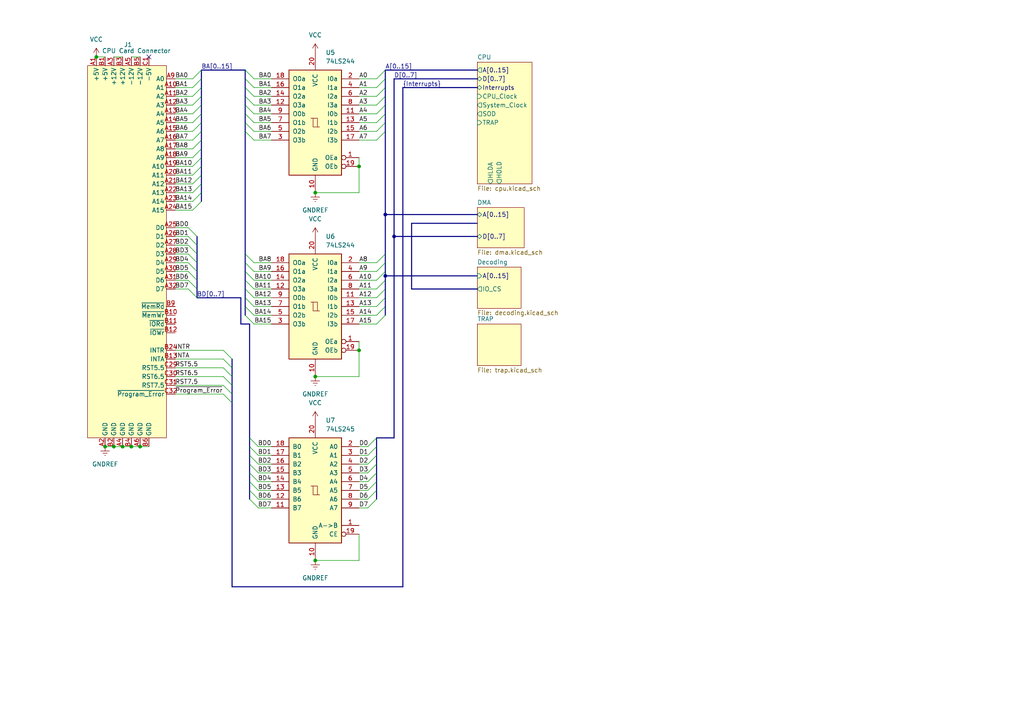
<source format=kicad_sch>
(kicad_sch (version 20231120) (generator "eeschema") (generator_version "8.0")
  (paper "A4")
  (lib_symbols
    (symbol "74xx:74LS244" (pin_names (offset 1.016))
      (property "Reference" "U" (at -7.62 16.51 0))
      (property "Value" "74LS244" (at -7.62 -16.51 0))
      (symbol "74LS244_1_0"
        (polyline (pts (xy -0.635 -1.27) (xy -0.635 1.27) (xy 0.635 1.27)))
        (polyline (pts (xy -1.27 -1.27) (xy 0.635 -1.27) (xy 0.635 1.27) (xy 1.27 1.27)))
        (pin input inverted (at -12.7 -10.16 0) (length 5.08) (name "OEa") (number "1"))
        (pin power_in line (at 0 -20.32 90) (length 5.08) (name "GND") (number "10"))
        (pin input line (at -12.7 2.54 0) (length 5.08) (name "I0b") (number "11"))
        (pin tri_state line (at 12.7 5.08 180) (length 5.08) (name "O3a") (number "12"))
        (pin input line (at -12.7 0 0) (length 5.08) (name "I1b") (number "13"))
        (pin tri_state line (at 12.7 7.62 180) (length 5.08) (name "O2a") (number "14"))
        (pin input line (at -12.7 -2.54 0) (length 5.08) (name "I2b") (number "15"))
        (pin tri_state line (at 12.7 10.16 180) (length 5.08) (name "O1a") (number "16"))
        (pin input line (at -12.7 -5.08 0) (length 5.08) (name "I3b") (number "17"))
        (pin tri_state line (at 12.7 12.7 180) (length 5.08) (name "O0a") (number "18"))
        (pin input inverted (at -12.7 -12.7 0) (length 5.08) (name "OEb") (number "19"))
        (pin input line (at -12.7 12.7 0) (length 5.08) (name "I0a") (number "2"))
        (pin power_in line (at 0 20.32 270) (length 5.08) (name "VCC") (number "20"))
        (pin tri_state line (at 12.7 -5.08 180) (length 5.08) (name "O3b") (number "3"))
        (pin input line (at -12.7 10.16 0) (length 5.08) (name "I1a") (number "4"))
        (pin tri_state line (at 12.7 -2.54 180) (length 5.08) (name "O2b") (number "5"))
        (pin input line (at -12.7 7.62 0) (length 5.08) (name "I2a") (number "6"))
        (pin tri_state line (at 12.7 0 180) (length 5.08) (name "O1b") (number "7"))
        (pin input line (at -12.7 5.08 0) (length 5.08) (name "I3a") (number "8"))
        (pin tri_state line (at 12.7 2.54 180) (length 5.08) (name "O0b") (number "9"))
      )
      (symbol "74LS244_1_1"
        (rectangle (start -7.62 15.24) (end 7.62 -15.24) (stroke (width 0.254)) (fill (type background)))
      )
    )
    (symbol "74xx:74LS245" (pin_names (offset 1.016))
      (property "Reference" "U" (at -7.62 16.51 0))
      (property "Value" "74LS245" (at -7.62 -16.51 0))
      (symbol "74LS245_1_0"
        (polyline (pts (xy -0.635 -1.27) (xy -0.635 1.27) (xy 0.635 1.27)))
        (polyline (pts (xy -1.27 -1.27) (xy 0.635 -1.27) (xy 0.635 1.27) (xy 1.27 1.27)))
        (pin input line (at -12.7 -10.16 0) (length 5.08) (name "A->B") (number "1"))
        (pin power_in line (at 0 -20.32 90) (length 5.08) (name "GND") (number "10"))
        (pin tri_state line (at 12.7 -5.08 180) (length 5.08) (name "B7") (number "11"))
        (pin tri_state line (at 12.7 -2.54 180) (length 5.08) (name "B6") (number "12"))
        (pin tri_state line (at 12.7 0 180) (length 5.08) (name "B5") (number "13"))
        (pin tri_state line (at 12.7 2.54 180) (length 5.08) (name "B4") (number "14"))
        (pin tri_state line (at 12.7 5.08 180) (length 5.08) (name "B3") (number "15"))
        (pin tri_state line (at 12.7 7.62 180) (length 5.08) (name "B2") (number "16"))
        (pin tri_state line (at 12.7 10.16 180) (length 5.08) (name "B1") (number "17"))
        (pin tri_state line (at 12.7 12.7 180) (length 5.08) (name "B0") (number "18"))
        (pin input inverted (at -12.7 -12.7 0) (length 5.08) (name "CE") (number "19"))
        (pin tri_state line (at -12.7 12.7 0) (length 5.08) (name "A0") (number "2"))
        (pin power_in line (at 0 20.32 270) (length 5.08) (name "VCC") (number "20"))
        (pin tri_state line (at -12.7 10.16 0) (length 5.08) (name "A1") (number "3"))
        (pin tri_state line (at -12.7 7.62 0) (length 5.08) (name "A2") (number "4"))
        (pin tri_state line (at -12.7 5.08 0) (length 5.08) (name "A3") (number "5"))
        (pin tri_state line (at -12.7 2.54 0) (length 5.08) (name "A4") (number "6"))
        (pin tri_state line (at -12.7 0 0) (length 5.08) (name "A5") (number "7"))
        (pin tri_state line (at -12.7 -2.54 0) (length 5.08) (name "A6") (number "8"))
        (pin tri_state line (at -12.7 -5.08 0) (length 5.08) (name "A7") (number "9"))
      )
      (symbol "74LS245_1_1"
        (rectangle (start -7.62 15.24) (end 7.62 -15.24) (stroke (width 0.254)) (fill (type background)))
      )
    )
    (symbol "GNDREF_1" (power) (pin_numbers hide) (pin_names (offset 0) hide)
      (property "Value" "GNDREF" (at 0 -3.81 0))
      (symbol "GNDREF_1_0_1"
        (polyline (pts (xy -0.635 -1.905) (xy 0.635 -1.905)))
        (polyline (pts (xy -0.127 -2.54) (xy 0.127 -2.54)))
        (polyline (pts (xy 0 -1.27) (xy 0 0)))
        (polyline (pts (xy 1.27 -1.27) (xy -1.27 -1.27)))
      )
      (symbol "GNDREF_1_1_1"
        (pin power_in line (at 0 0 270) (length 0) (name "~") (number "1"))
      )
    )
    (symbol "VCC_1" (power) (pin_numbers hide) (pin_names (offset 0) hide)
      (property "Value" "VCC" (at 0 3.556 0))
      (symbol "VCC_1_0_1"
        (polyline (pts (xy -0.762 1.27) (xy 0 2.54)))
        (polyline (pts (xy 0 0) (xy 0 2.54)))
        (polyline (pts (xy 0 2.54) (xy 0.762 1.27)))
      )
      (symbol "VCC_1_1_1"
        (pin power_in line (at 0 0 90) (length 0) (name "~") (number "1"))
      )
    )
    (symbol "connector-miscellaneous:MC80_8085_Backplane_connector"
      (property "Reference" "J1" (at -24.13 -33.6549 0))
      (property "Value" "MC80_8085_Backplane_connector" (at -24.13 -36.1949 0))
      (symbol "MC80_8085_Backplane_connector_0_1"
        (rectangle (start -22.86 19.05) (end 0 -88.9) (fill (type background)))
        (rectangle (start -15.24 16.51) (end -15.24 16.51))
      )
      (symbol "MC80_8085_Backplane_connector_1_1"
        (pin power_out line (at -20.32 21.59 270) (length 2.54) (name "+5V") (number "A1"))
        (pin output line (at 2.54 12.7 180) (length 2.54) (name "A1") (number "A10"))
        (pin output line (at 2.54 10.16 180) (length 2.54) (name "A2") (number "A11"))
        (pin output line (at 2.54 7.62 180) (length 2.54) (name "A3") (number "A12"))
        (pin output line (at 2.54 5.08 180) (length 2.54) (name "A4") (number "A13"))
        (pin output line (at 2.54 2.54 180) (length 2.54) (name "A5") (number "A14"))
        (pin output line (at 2.54 0 180) (length 2.54) (name "A6") (number "A15"))
        (pin output line (at 2.54 -2.54 180) (length 2.54) (name "A7") (number "A16"))
        (pin output line (at 2.54 -5.08 180) (length 2.54) (name "A8") (number "A17"))
        (pin output line (at 2.54 -7.62 180) (length 2.54) (name "A9") (number "A18"))
        (pin output line (at 2.54 -10.16 180) (length 2.54) (name "A10") (number "A19"))
        (pin power_out line (at -17.78 -91.44 90) (length 2.54) (name "GND") (number "A2"))
        (pin output line (at 2.54 -12.7 180) (length 2.54) (name "A11") (number "A20"))
        (pin output line (at 2.54 -15.24 180) (length 2.54) (name "A12") (number "A21"))
        (pin output line (at 2.54 -17.78 180) (length 2.54) (name "A13") (number "A22"))
        (pin output line (at 2.54 -20.32 180) (length 2.54) (name "A14") (number "A23"))
        (pin output line (at 2.54 -22.86 180) (length 2.54) (name "A15") (number "A24"))
        (pin tri_state line (at 2.54 -27.94 180) (length 2.54) (name "D0") (number "A25"))
        (pin tri_state line (at 2.54 -30.48 180) (length 2.54) (name "D1") (number "A26"))
        (pin tri_state line (at 2.54 -33.02 180) (length 2.54) (name "D2") (number "A27"))
        (pin tri_state line (at 2.54 -35.56 180) (length 2.54) (name "D3") (number "A28"))
        (pin tri_state line (at 2.54 -38.1 180) (length 2.54) (name "D4") (number "A29"))
        (pin power_out line (at -15.24 21.59 270) (length 2.54) (name "+12V") (number "A3"))
        (pin tri_state line (at 2.54 -40.64 180) (length 2.54) (name "D5") (number "A30"))
        (pin tri_state line (at 2.54 -43.18 180) (length 2.54) (name "D6") (number "A31"))
        (pin tri_state line (at 2.54 -45.72 180) (length 2.54) (name "D7") (number "A32"))
        (pin power_out line (at -12.7 -91.44 90) (length 2.54) (name "GND") (number "A4"))
        (pin power_out line (at -10.16 21.59 270) (length 2.54) (name "-12V") (number "A5"))
        (pin power_out line (at -7.62 -91.44 90) (length 2.54) (name "GND") (number "A6"))
        (pin output line (at 2.54 15.24 180) (length 2.54) (name "A0") (number "A9"))
        (pin power_out line (at -17.78 21.59 270) (length 2.54) (name "+5V") (number "B1"))
        (pin input line (at 2.54 -53.34 180) (length 2.54) (name "~{MemWr}") (number "B10"))
        (pin input line (at 2.54 -55.88 180) (length 2.54) (name "~{IORd}") (number "B11"))
        (pin input line (at 2.54 -58.42 180) (length 2.54) (name "~{IOWr}") (number "B12"))
        (pin output line (at 2.54 -66.04 180) (length 2.54) (name "INTA") (number "B13"))
        (pin power_out line (at -15.24 -91.44 90) (length 2.54) (name "GND") (number "B2"))
        (pin input line (at 2.54 -63.5 180) (length 2.54) (name "INTR") (number "B24"))
        (pin power_out line (at -12.7 21.59 270) (length 2.54) (name "+12V") (number "B3"))
        (pin power_out line (at -10.16 -91.44 90) (length 2.54) (name "GND") (number "B4"))
        (pin power_out line (at -7.62 21.59 270) (length 2.54) (name "-12V") (number "B5"))
        (pin power_out line (at -5.08 -91.44 90) (length 2.54) (name "GND") (number "B6"))
        (pin input line (at 2.54 -50.8 180) (length 2.54) (name "~{MemRd}") (number "B9"))
        (pin power_out line (at -5.08 21.59 270) (length 2.54) (name "-5V") (number "C1"))
        (pin input line (at 2.54 -68.58 180) (length 2.54) (name "RST5.5") (number "C29"))
        (pin input line (at 2.54 -71.12 180) (length 2.54) (name "RST6.5") (number "C30"))
        (pin input line (at 2.54 -73.66 180) (length 2.54) (name "RST7.5") (number "C31"))
        (pin input line (at 2.54 -76.2 180) (length 2.54) (name "~{Program_Error}") (number "C32"))
      )
    )
    (symbol "power:GNDREF" (power) (pin_numbers hide) (pin_names (offset 0) hide)
      (property "Value" "GNDREF" (at 0 -3.81 0))
      (symbol "GNDREF_0_1"
        (polyline (pts (xy -0.635 -1.905) (xy 0.635 -1.905)))
        (polyline (pts (xy -0.127 -2.54) (xy 0.127 -2.54)))
        (polyline (pts (xy 0 -1.27) (xy 0 0)))
        (polyline (pts (xy 1.27 -1.27) (xy -1.27 -1.27)))
      )
      (symbol "GNDREF_1_1"
        (pin power_in line (at 0 0 270) (length 0) (name "~") (number "1"))
      )
    )
    (symbol "power:VCC" (power) (pin_numbers hide) (pin_names (offset 0) hide)
      (property "Value" "VCC" (at 0 3.556 0))
      (symbol "VCC_0_1"
        (polyline (pts (xy -0.762 1.27) (xy 0 2.54)))
        (polyline (pts (xy 0 0) (xy 0 2.54)))
        (polyline (pts (xy 0 2.54) (xy 0.762 1.27)))
      )
      (symbol "VCC_1_1"
        (pin power_in line (at 0 0 90) (length 0) (name "~") (number "1"))
      )
    )
  )
  (junction (at 91.44 55.88))
  (junction (at 38.1 129.54))
  (junction (at 30.48 129.54))
  (junction (at 111.76 62.23))
  (junction (at 35.56 129.54))
  (junction (at 91.44 162.56))
  (junction (at 27.94 16.51))
  (junction (at 114.3 68.58))
  (junction (at 33.02 129.54))
  (junction (at 40.64 129.54))
  (junction (at 104.14 48.26))
  (junction (at 91.44 109.22))
  (junction (at 111.76 80.01))
  (junction (at 104.14 101.6))
  (no_connect (at 43.18 16.51))
  (bus_entry (at 73.66 38.1) (size -2.54 -2.54))
  (bus_entry (at 64.77 101.6) (size 2.54 2.54))
  (bus_entry (at 55.88 30.48) (size 2.54 -2.54))
  (bus_entry (at 55.88 22.86) (size 2.54 -2.54))
  (bus_entry (at 72.39 144.78) (size 2.54 2.54))
  (bus_entry (at 64.77 104.14) (size 2.54 2.54))
  (bus_entry (at 73.66 78.74) (size -2.54 -2.54))
  (bus_entry (at 72.39 129.54) (size 2.54 2.54))
  (bus_entry (at 109.22 25.4) (size 2.54 -2.54))
  (bus_entry (at 72.39 134.62) (size 2.54 2.54))
  (bus_entry (at 73.66 30.48) (size -2.54 -2.54))
  (bus_entry (at 106.68 144.78) (size 2.54 -2.54))
  (bus_entry (at 109.22 86.36) (size 2.54 -2.54))
  (bus_entry (at 109.22 38.1) (size 2.54 -2.54))
  (bus_entry (at 106.68 129.54) (size 2.54 -2.54))
  (bus_entry (at 54.61 76.2) (size 2.54 2.54))
  (bus_entry (at 109.22 76.2) (size 2.54 -2.54))
  (bus_entry (at 109.22 83.82) (size 2.54 -2.54))
  (bus_entry (at 55.88 40.64) (size 2.54 -2.54))
  (bus_entry (at 55.88 27.94) (size 2.54 -2.54))
  (bus_entry (at 73.66 88.9) (size -2.54 -2.54))
  (bus_entry (at 109.22 78.74) (size 2.54 -2.54))
  (bus_entry (at 109.22 27.94) (size 2.54 -2.54))
  (bus_entry (at 73.66 35.56) (size -2.54 -2.54))
  (bus_entry (at 106.68 134.62) (size 2.54 -2.54))
  (bus_entry (at 109.22 33.02) (size 2.54 -2.54))
  (bus_entry (at 72.39 142.24) (size 2.54 2.54))
  (bus_entry (at 109.22 30.48) (size 2.54 -2.54))
  (bus_entry (at 55.88 43.18) (size 2.54 -2.54))
  (bus_entry (at 109.22 91.44) (size 2.54 -2.54))
  (bus_entry (at 54.61 68.58) (size 2.54 2.54))
  (bus_entry (at 109.22 88.9) (size 2.54 -2.54))
  (bus_entry (at 106.68 142.24) (size 2.54 -2.54))
  (bus_entry (at 73.66 22.86) (size -2.54 -2.54))
  (bus_entry (at 55.88 38.1) (size 2.54 -2.54))
  (bus_entry (at 55.88 60.96) (size 2.54 -2.54))
  (bus_entry (at 55.88 55.88) (size 2.54 -2.54))
  (bus_entry (at 109.22 35.56) (size 2.54 -2.54))
  (bus_entry (at 73.66 91.44) (size -2.54 -2.54))
  (bus_entry (at 106.68 139.7) (size 2.54 -2.54))
  (bus_entry (at 109.22 40.64) (size 2.54 -2.54))
  (bus_entry (at 54.61 81.28) (size 2.54 2.54))
  (bus_entry (at 72.39 139.7) (size 2.54 2.54))
  (bus_entry (at 73.66 76.2) (size -2.54 -2.54))
  (bus_entry (at 106.68 137.16) (size 2.54 -2.54))
  (bus_entry (at 55.88 48.26) (size 2.54 -2.54))
  (bus_entry (at 73.66 33.02) (size -2.54 -2.54))
  (bus_entry (at 54.61 66.04) (size 2.54 2.54))
  (bus_entry (at 55.88 53.34) (size 2.54 -2.54))
  (bus_entry (at 64.77 114.3) (size 2.54 2.54))
  (bus_entry (at 64.77 111.76) (size 2.54 2.54))
  (bus_entry (at 64.77 109.22) (size 2.54 2.54))
  (bus_entry (at 109.22 93.98) (size 2.54 -2.54))
  (bus_entry (at 64.77 106.68) (size 2.54 2.54))
  (bus_entry (at 106.68 147.32) (size 2.54 -2.54))
  (bus_entry (at 106.68 132.08) (size 2.54 -2.54))
  (bus_entry (at 73.66 40.64) (size -2.54 -2.54))
  (bus_entry (at 54.61 78.74) (size 2.54 2.54))
  (bus_entry (at 55.88 50.8) (size 2.54 -2.54))
  (bus_entry (at 73.66 27.94) (size -2.54 -2.54))
  (bus_entry (at 73.66 86.36) (size -2.54 -2.54))
  (bus_entry (at 72.39 132.08) (size 2.54 2.54))
  (bus_entry (at 55.88 35.56) (size 2.54 -2.54))
  (bus_entry (at 54.61 73.66) (size 2.54 2.54))
  (bus_entry (at 73.66 25.4) (size -2.54 -2.54))
  (bus_entry (at 54.61 83.82) (size 2.54 2.54))
  (bus_entry (at 72.39 127) (size 2.54 2.54))
  (bus_entry (at 72.39 137.16) (size 2.54 2.54))
  (bus_entry (at 73.66 93.98) (size -2.54 -2.54))
  (bus_entry (at 73.66 83.82) (size -2.54 -2.54))
  (bus_entry (at 55.88 25.4) (size 2.54 -2.54))
  (bus_entry (at 109.22 22.86) (size 2.54 -2.54))
  (bus_entry (at 55.88 58.42) (size 2.54 -2.54))
  (bus_entry (at 54.61 71.12) (size 2.54 2.54))
  (bus_entry (at 73.66 81.28) (size -2.54 -2.54))
  (bus_entry (at 109.22 81.28) (size 2.54 -2.54))
  (bus_entry (at 55.88 33.02) (size 2.54 -2.54))
  (bus_entry (at 55.88 45.72) (size 2.54 -2.54))
  (wire (pts (xy 104.14 142.24) (xy 106.68 142.24)))
  (wire (pts (xy 104.14 101.6) (xy 104.14 109.22)))
  (bus (pts (xy 67.31 109.22) (xy 67.31 111.76)))
  (wire (pts (xy 50.8 111.76) (xy 64.77 111.76)))
  (wire (pts (xy 78.74 78.74) (xy 73.66 78.74)))
  (bus (pts (xy 109.22 129.54) (xy 109.22 127)))
  (bus (pts (xy 71.12 76.2) (xy 71.12 73.66)))
  (wire (pts (xy 50.8 48.26) (xy 55.88 48.26)))
  (wire (pts (xy 50.8 73.66) (xy 54.61 73.66)))
  (bus (pts (xy 58.42 20.32) (xy 71.12 20.32)))
  (bus (pts (xy 57.15 81.28) (xy 57.15 83.82)))
  (wire (pts (xy 40.64 129.54) (xy 43.18 129.54)))
  (wire (pts (xy 104.14 91.44) (xy 109.22 91.44)))
  (wire (pts (xy 50.8 109.22) (xy 64.77 109.22)))
  (bus (pts (xy 71.12 35.56) (xy 71.12 33.02)))
  (wire (pts (xy 50.8 104.14) (xy 64.77 104.14)))
  (wire (pts (xy 50.8 58.42) (xy 55.88 58.42)))
  (wire (pts (xy 104.14 83.82) (xy 109.22 83.82)))
  (wire (pts (xy 104.14 27.94) (xy 109.22 27.94)))
  (bus (pts (xy 58.42 35.56) (xy 58.42 33.02)))
  (bus (pts (xy 111.76 73.66) (xy 111.76 76.2)))
  (bus (pts (xy 72.39 137.16) (xy 72.39 139.7)))
  (bus (pts (xy 114.3 68.58) (xy 138.43 68.58)))
  (wire (pts (xy 104.14 147.32) (xy 106.68 147.32)))
  (wire (pts (xy 104.14 144.78) (xy 106.68 144.78)))
  (wire (pts (xy 50.8 81.28) (xy 54.61 81.28)))
  (bus (pts (xy 58.42 38.1) (xy 58.42 35.56)))
  (wire (pts (xy 50.8 35.56) (xy 55.88 35.56)))
  (wire (pts (xy 78.74 27.94) (xy 73.66 27.94)))
  (wire (pts (xy 104.14 137.16) (xy 106.68 137.16)))
  (wire (pts (xy 104.14 134.62) (xy 106.68 134.62)))
  (wire (pts (xy 104.14 81.28) (xy 109.22 81.28)))
  (bus (pts (xy 111.76 25.4) (xy 111.76 22.86)))
  (wire (pts (xy 50.8 50.8) (xy 55.88 50.8)))
  (bus (pts (xy 72.39 93.98) (xy 69.85 93.98)))
  (bus (pts (xy 111.76 20.32) (xy 138.43 20.32)))
  (wire (pts (xy 78.74 30.48) (xy 73.66 30.48)))
  (bus (pts (xy 111.76 80.01) (xy 138.43 80.01)))
  (bus (pts (xy 58.42 58.42) (xy 58.42 55.88)))
  (wire (pts (xy 78.74 38.1) (xy 73.66 38.1)))
  (bus (pts (xy 116.84 170.18) (xy 67.31 170.18)))
  (bus (pts (xy 119.38 64.77) (xy 138.43 64.77)))
  (bus (pts (xy 71.12 22.86) (xy 71.12 20.32)))
  (bus (pts (xy 72.39 134.62) (xy 72.39 137.16)))
  (wire (pts (xy 104.14 38.1) (xy 109.22 38.1)))
  (bus (pts (xy 71.12 86.36) (xy 71.12 83.82)))
  (bus (pts (xy 109.22 142.24) (xy 109.22 139.7)))
  (bus (pts (xy 111.76 81.28) (xy 111.76 80.01)))
  (wire (pts (xy 74.93 137.16) (xy 78.74 137.16)))
  (wire (pts (xy 104.14 86.36) (xy 109.22 86.36)))
  (wire (pts (xy 50.8 114.3) (xy 64.77 114.3)))
  (wire (pts (xy 50.8 43.18) (xy 55.88 43.18)))
  (wire (pts (xy 91.44 162.56) (xy 104.14 162.56)))
  (wire (pts (xy 78.74 22.86) (xy 73.66 22.86)))
  (wire (pts (xy 104.14 99.06) (xy 104.14 101.6)))
  (wire (pts (xy 74.93 132.08) (xy 78.74 132.08)))
  (bus (pts (xy 71.12 25.4) (xy 71.12 22.86)))
  (wire (pts (xy 78.74 40.64) (xy 73.66 40.64)))
  (bus (pts (xy 57.15 73.66) (xy 57.15 76.2)))
  (bus (pts (xy 138.43 83.82) (xy 119.38 83.82)))
  (wire (pts (xy 50.8 71.12) (xy 54.61 71.12)))
  (wire (pts (xy 104.14 35.56) (xy 109.22 35.56)))
  (wire (pts (xy 104.14 48.26) (xy 104.14 55.88)))
  (bus (pts (xy 109.22 132.08) (xy 109.22 129.54)))
  (wire (pts (xy 104.14 78.74) (xy 109.22 78.74)))
  (wire (pts (xy 78.74 88.9) (xy 73.66 88.9)))
  (bus (pts (xy 111.76 35.56) (xy 111.76 33.02)))
  (wire (pts (xy 50.8 25.4) (xy 55.88 25.4)))
  (bus (pts (xy 71.12 81.28) (xy 71.12 78.74)))
  (bus (pts (xy 111.76 62.23) (xy 111.76 73.66)))
  (wire (pts (xy 104.14 33.02) (xy 109.22 33.02)))
  (wire (pts (xy 104.14 22.86) (xy 109.22 22.86)))
  (bus (pts (xy 72.39 142.24) (xy 72.39 144.78)))
  (wire (pts (xy 104.14 55.88) (xy 91.44 55.88)))
  (bus (pts (xy 109.22 134.62) (xy 109.22 132.08)))
  (wire (pts (xy 104.14 40.64) (xy 109.22 40.64)))
  (wire (pts (xy 78.74 83.82) (xy 73.66 83.82)))
  (bus (pts (xy 57.15 68.58) (xy 57.15 71.12)))
  (wire (pts (xy 104.14 25.4) (xy 109.22 25.4)))
  (wire (pts (xy 74.93 134.62) (xy 78.74 134.62)))
  (wire (pts (xy 50.8 68.58) (xy 54.61 68.58)))
  (wire (pts (xy 33.02 129.54) (xy 35.56 129.54)))
  (wire (pts (xy 50.8 106.68) (xy 64.77 106.68)))
  (wire (pts (xy 74.93 142.24) (xy 78.74 142.24)))
  (bus (pts (xy 72.39 127) (xy 72.39 129.54)))
  (wire (pts (xy 50.8 40.64) (xy 55.88 40.64)))
  (bus (pts (xy 111.76 86.36) (xy 111.76 83.82)))
  (wire (pts (xy 104.14 93.98) (xy 109.22 93.98)))
  (bus (pts (xy 109.22 137.16) (xy 109.22 134.62)))
  (wire (pts (xy 50.8 66.04) (xy 54.61 66.04)))
  (wire (pts (xy 104.14 45.72) (xy 104.14 48.26)))
  (wire (pts (xy 104.14 109.22) (xy 91.44 109.22)))
  (wire (pts (xy 104.14 88.9) (xy 109.22 88.9)))
  (wire (pts (xy 35.56 129.54) (xy 38.1 129.54)))
  (wire (pts (xy 50.8 27.94) (xy 55.88 27.94)))
  (bus (pts (xy 58.42 45.72) (xy 58.42 43.18)))
  (wire (pts (xy 50.8 55.88) (xy 55.88 55.88)))
  (wire (pts (xy 104.14 129.54) (xy 106.68 129.54)))
  (wire (pts (xy 50.8 76.2) (xy 54.61 76.2)))
  (bus (pts (xy 114.3 22.86) (xy 114.3 68.58)))
  (wire (pts (xy 104.14 132.08) (xy 106.68 132.08)))
  (bus (pts (xy 111.76 91.44) (xy 111.76 88.9)))
  (wire (pts (xy 50.8 33.02) (xy 55.88 33.02)))
  (bus (pts (xy 111.76 88.9) (xy 111.76 86.36)))
  (bus (pts (xy 109.22 127) (xy 114.3 127)))
  (bus (pts (xy 72.39 132.08) (xy 72.39 134.62)))
  (wire (pts (xy 78.74 81.28) (xy 73.66 81.28)))
  (bus (pts (xy 71.12 30.48) (xy 71.12 27.94)))
  (wire (pts (xy 50.8 53.34) (xy 55.88 53.34)))
  (wire (pts (xy 38.1 16.51) (xy 40.64 16.51)))
  (bus (pts (xy 119.38 83.82) (xy 119.38 64.77)))
  (bus (pts (xy 58.42 22.86) (xy 58.42 20.32)))
  (bus (pts (xy 71.12 38.1) (xy 71.12 73.66)))
  (bus (pts (xy 109.22 139.7) (xy 109.22 137.16)))
  (bus (pts (xy 109.22 144.78) (xy 109.22 142.24)))
  (wire (pts (xy 104.14 30.48) (xy 109.22 30.48)))
  (bus (pts (xy 71.12 27.94) (xy 71.12 25.4)))
  (wire (pts (xy 74.93 147.32) (xy 78.74 147.32)))
  (bus (pts (xy 57.15 83.82) (xy 57.15 86.36)))
  (wire (pts (xy 50.8 45.72) (xy 55.88 45.72)))
  (wire (pts (xy 78.74 86.36) (xy 73.66 86.36)))
  (bus (pts (xy 57.15 86.36) (xy 69.85 86.36)))
  (wire (pts (xy 50.8 83.82) (xy 54.61 83.82)))
  (bus (pts (xy 111.76 27.94) (xy 111.76 25.4)))
  (wire (pts (xy 50.8 38.1) (xy 55.88 38.1)))
  (bus (pts (xy 72.39 129.54) (xy 72.39 132.08)))
  (wire (pts (xy 104.14 76.2) (xy 109.22 76.2)))
  (bus (pts (xy 116.84 25.4) (xy 116.84 170.18)))
  (wire (pts (xy 104.14 139.7) (xy 106.68 139.7)))
  (bus (pts (xy 111.76 62.23) (xy 138.43 62.23)))
  (wire (pts (xy 33.02 16.51) (xy 35.56 16.51)))
  (wire (pts (xy 104.14 162.56) (xy 104.14 154.94)))
  (bus (pts (xy 58.42 30.48) (xy 58.42 27.94)))
  (bus (pts (xy 111.76 83.82) (xy 111.76 81.28)))
  (bus (pts (xy 58.42 50.8) (xy 58.42 48.26)))
  (wire (pts (xy 50.8 60.96) (xy 55.88 60.96)))
  (bus (pts (xy 58.42 48.26) (xy 58.42 45.72)))
  (wire (pts (xy 50.8 101.6) (xy 64.77 101.6)))
  (wire (pts (xy 78.74 33.02) (xy 73.66 33.02)))
  (bus (pts (xy 111.76 35.56) (xy 111.76 38.1)))
  (bus (pts (xy 111.76 78.74) (xy 111.76 76.2)))
  (bus (pts (xy 72.39 139.7) (xy 72.39 142.24)))
  (bus (pts (xy 67.31 104.14) (xy 67.31 106.68)))
  (bus (pts (xy 57.15 71.12) (xy 57.15 73.66)))
  (bus (pts (xy 111.76 30.48) (xy 111.76 27.94)))
  (wire (pts (xy 50.8 22.86) (xy 55.88 22.86)))
  (bus (pts (xy 138.43 25.4) (xy 116.84 25.4)))
  (bus (pts (xy 67.31 111.76) (xy 67.31 114.3)))
  (bus (pts (xy 111.76 80.01) (xy 111.76 78.74)))
  (bus (pts (xy 111.76 22.86) (xy 111.76 20.32)))
  (wire (pts (xy 78.74 76.2) (xy 73.66 76.2)))
  (bus (pts (xy 111.76 33.02) (xy 111.76 30.48)))
  (wire (pts (xy 78.74 35.56) (xy 73.66 35.56)))
  (bus (pts (xy 67.31 106.68) (xy 67.31 109.22)))
  (bus (pts (xy 69.85 86.36) (xy 69.85 93.98)))
  (bus (pts (xy 57.15 78.74) (xy 57.15 81.28)))
  (wire (pts (xy 50.8 30.48) (xy 55.88 30.48)))
  (bus (pts (xy 58.42 53.34) (xy 58.42 50.8)))
  (bus (pts (xy 138.43 22.86) (xy 114.3 22.86)))
  (bus (pts (xy 71.12 35.56) (xy 71.12 38.1)))
  (bus (pts (xy 71.12 88.9) (xy 71.12 86.36)))
  (bus (pts (xy 58.42 25.4) (xy 58.42 22.86)))
  (bus (pts (xy 58.42 43.18) (xy 58.42 40.64)))
  (bus (pts (xy 71.12 78.74) (xy 71.12 76.2)))
  (bus (pts (xy 58.42 27.94) (xy 58.42 25.4)))
  (wire (pts (xy 27.94 16.51) (xy 30.48 16.51)))
  (bus (pts (xy 58.42 55.88) (xy 58.42 53.34)))
  (wire (pts (xy 74.93 129.54) (xy 78.74 129.54)))
  (bus (pts (xy 71.12 83.82) (xy 71.12 81.28)))
  (wire (pts (xy 78.74 91.44) (xy 73.66 91.44)))
  (bus (pts (xy 111.76 38.1) (xy 111.76 62.23)))
  (wire (pts (xy 78.74 93.98) (xy 73.66 93.98)))
  (bus (pts (xy 114.3 127) (xy 114.3 68.58)))
  (bus (pts (xy 72.39 93.98) (xy 72.39 127)))
  (wire (pts (xy 74.93 144.78) (xy 78.74 144.78)))
  (wire (pts (xy 50.8 78.74) (xy 54.61 78.74)))
  (bus (pts (xy 57.15 76.2) (xy 57.15 78.74)))
  (bus (pts (xy 58.42 33.02) (xy 58.42 30.48)))
  (bus (pts (xy 71.12 33.02) (xy 71.12 30.48)))
  (bus (pts (xy 58.42 40.64) (xy 58.42 38.1)))
  (bus (pts (xy 71.12 91.44) (xy 71.12 88.9)))
  (wire (pts (xy 78.74 25.4) (xy 73.66 25.4)))
  (wire (pts (xy 38.1 129.54) (xy 40.64 129.54)))
  (bus (pts (xy 67.31 116.84) (xy 67.31 170.18)))
  (wire (pts (xy 30.48 129.54) (xy 33.02 129.54)))
  (bus (pts (xy 67.31 114.3) (xy 67.31 116.84)))
  (wire (pts (xy 74.93 139.7) (xy 78.74 139.7)))
  (label "BA9" (at 78.74 78.74 180))
  (label "BD2" (at 50.8 71.12 0))
  (label "BA5" (at 78.74 35.56 180))
  (label "A14" (at 104.14 91.44 0))
  (label "RST6.5" (at 50.8 109.22 0))
  (label "BD0" (at 78.74 129.54 180))
  (label "RST7.5" (at 50.8 111.76 0))
  (label "BA1" (at 78.74 25.4 180))
  (label "BA4" (at 78.74 33.02 180))
  (label "INTR" (at 50.8 101.6 0))
  (label "A3" (at 104.14 30.48 0))
  (label "A13" (at 104.14 88.9 0))
  (label "BD6" (at 78.74 144.78 180))
  (label "BD5" (at 78.74 142.24 180))
  (label "A5" (at 104.14 35.56 0))
  (label "A10" (at 104.14 81.28 0))
  (label "A[0..15]" (at 111.76 20.32 0))
  (label "D[0..7]" (at 114.3 22.86 0))
  (label "BA[0..15]" (at 58.42 20.32 0))
  (label "BD0" (at 50.8 66.04 0))
  (label "BA0" (at 50.8 22.86 0))
  (label "BA15" (at 78.74 93.98 180))
  (label "BA10" (at 78.74 81.28 180))
  (label "BD2" (at 78.74 134.62 180))
  (label "A9" (at 104.14 78.74 0))
  (label "BD4" (at 50.8 76.2 0))
  (label "BA3" (at 50.8 30.48 0))
  (label "D5" (at 104.14 142.24 0))
  (label "BD[0..7]" (at 57.15 86.36 0))
  (label "D3" (at 104.14 137.16 0))
  (label "BA10" (at 50.8 48.26 0))
  (label "~{Program_Error}" (at 50.8 114.3 0))
  (label "BA2" (at 50.8 27.94 0))
  (label "A1" (at 104.14 25.4 0))
  (label "BA14" (at 50.8 58.42 0))
  (label "A7" (at 104.14 40.64 0))
  (label "BD3" (at 78.74 137.16 180))
  (label "BD7" (at 50.8 83.82 0))
  (label "BA7" (at 50.8 40.64 0))
  (label "A0" (at 104.14 22.86 0))
  (label "BA6" (at 78.74 38.1 180))
  (label "D4" (at 104.14 139.7 0))
  (label "BA9" (at 50.8 45.72 0))
  (label "BA1" (at 50.8 25.4 0))
  (label "BD3" (at 50.8 73.66 0))
  (label "BA11" (at 50.8 50.8 0))
  (label "RST5.5" (at 50.8 106.68 0))
  (label "A2" (at 104.14 27.94 0))
  (label "D0" (at 104.14 129.54 0))
  (label "D6" (at 104.14 144.78 0))
  (label "INTA" (at 50.8 104.14 0))
  (label "BD1" (at 78.74 132.08 180))
  (label "BA6" (at 50.8 38.1 0))
  (label "{Interrupts}" (at 116.84 25.4 0))
  (label "BA13" (at 50.8 55.88 0))
  (label "BA0" (at 78.74 22.86 180))
  (label "BD5" (at 50.8 78.74 0))
  (label "D2" (at 104.14 134.62 0))
  (label "BD1" (at 50.8 68.58 0))
  (label "BD6" (at 50.8 81.28 0))
  (label "BA4" (at 50.8 33.02 0))
  (label "BA11" (at 78.74 83.82 180))
  (label "BA7" (at 78.74 40.64 180))
  (label "A11" (at 104.14 83.82 0))
  (label "BD4" (at 78.74 139.7 180))
  (label "D1" (at 104.14 132.08 0))
  (label "A4" (at 104.14 33.02 0))
  (label "BA14" (at 78.74 91.44 180))
  (label "BA8" (at 78.74 76.2 180))
  (label "BD7" (at 78.74 147.32 180))
  (label "BA5" (at 50.8 35.56 0))
  (label "BA12" (at 78.74 86.36 180))
  (label "BA15" (at 50.8 60.96 0))
  (label "BA12" (at 50.8 53.34 0))
  (label "A12" (at 104.14 86.36 0))
  (label "A8" (at 104.14 76.2 0))
  (label "BA2" (at 78.74 27.94 180))
  (label "BA8" (at 50.8 43.18 0))
  (label "BA3" (at 78.74 30.48 180))
  (label "A6" (at 104.14 38.1 0))
  (label "BA13" (at 78.74 88.9 180))
  (label "D7" (at 104.14 147.32 0))
  (label "A15" (at 104.14 93.98 0))
  (symbol (lib_id "74xx:74LS245") (at 91.44 142.24 0) (mirror y) (unit 1)
    (property "Reference" "U7" (at 94.4565 121.92 0) (effects (justify right)))
    (property "Value" "74LS245" (at 94.4565 124.46 0) (effects (justify right)))
    (property "Datasheet" "http://www.ti.com/lit/gpn/sn74LS245" (effects (hide yes)))
    (property "Description" "Octal BUS Transceivers, 3-State outputs" (effects (hide yes)))
  )
  (symbol (lib_id "power:VCC") (at 91.44 121.92 0) (unit 1)
    (property "Reference" "#PWR06" (effects (hide yes)))
    (property "Value" "VCC" (at 91.44 116.84 0))
    (property "Description" "Power symbol creates a global label with name \"VCC\"" (effects (hide yes)))
  )
  (symbol (lib_id "power:VCC") (at 91.44 15.24 0) (unit 1)
    (property "Reference" "#PWR01" (effects (hide yes)))
    (property "Value" "VCC" (at 91.44 10.16 0))
    (property "Description" "Power symbol creates a global label with name \"VCC\"" (effects (hide yes)))
  )
  (symbol (lib_id "74xx:74LS244") (at 91.44 35.56 0) (mirror y) (unit 1)
    (property "Reference" "U5" (at 94.4565 15.24 0) (effects (justify right)))
    (property "Value" "74LS244" (at 94.4565 17.78 0) (effects (justify right)))
    (property "Datasheet" "http://www.ti.com/lit/ds/symlink/sn74ls244.pdf" (effects (hide yes)))
    (property "Description" "Octal Buffer and Line Driver With 3-State Output, active-low enables, non-inverting outputs" (effects (hide yes)))
  )
  (symbol (lib_id "connector-miscellaneous:MC80_8085_Backplane_connector") (at 48.26 38.1 0) (unit 1)
    (property "Reference" "J1" (at 38.354 12.954 0) (effects (justify right)))
    (property "Value" "CPU Card Connector" (at 49.53 14.732 0) (effects (justify right)))
  )
  (symbol (lib_id "power:GNDREF") (at 91.44 109.22 0) (unit 1)
    (property "Reference" "#PWR04" (effects (hide yes)))
    (property "Value" "GNDREF" (at 91.44 114.3 0))
    (property "Description" "Power symbol creates a global label with name \"GNDREF\" , reference supply ground" (effects (hide yes)))
  )
  (symbol (lib_id "74xx:74LS244") (at 91.44 88.9 0) (mirror y) (unit 1)
    (property "Reference" "U6" (at 94.4565 68.58 0) (effects (justify right)))
    (property "Value" "74LS244" (at 94.4565 71.12 0) (effects (justify right)))
    (property "Datasheet" "http://www.ti.com/lit/ds/symlink/sn74ls244.pdf" (effects (hide yes)))
    (property "Description" "Octal Buffer and Line Driver With 3-State Output, active-low enables, non-inverting outputs" (effects (hide yes)))
  )
  (symbol (lib_name "VCC_1") (lib_id "power:VCC") (at 27.94 16.51 0) (unit 1)
    (property "Reference" "#PWR018" (effects (hide yes)))
    (property "Value" "VCC" (at 27.94 11.43 0))
    (property "Description" "Power symbol creates a global label with name \"VCC\"" (effects (hide yes)))
  )
  (symbol (lib_id "power:VCC") (at 91.44 68.58 0) (unit 1)
    (property "Reference" "#PWR03" (effects (hide yes)))
    (property "Value" "VCC" (at 91.44 63.5 0))
    (property "Description" "Power symbol creates a global label with name \"VCC\"" (effects (hide yes)))
  )
  (symbol (lib_id "power:GNDREF") (at 91.44 55.88 0) (unit 1)
    (property "Reference" "#PWR02" (effects (hide yes)))
    (property "Value" "GNDREF" (at 91.44 60.96 0))
    (property "Description" "Power symbol creates a global label with name \"GNDREF\" , reference supply ground" (effects (hide yes)))
  )
  (symbol (lib_name "GNDREF_1") (lib_id "power:GNDREF") (at 30.48 129.54 0) (unit 1)
    (property "Reference" "#PWR019" (effects (hide yes)))
    (property "Value" "GNDREF" (at 30.48 134.62 0))
    (property "Description" "Power symbol creates a global label with name \"GNDREF\" , reference supply ground" (effects (hide yes)))
  )
  (symbol (lib_id "power:GNDREF") (at 91.44 162.56 0) (unit 1)
    (property "Reference" "#PWR05" (effects (hide yes)))
    (property "Value" "GNDREF" (at 91.44 167.64 0))
    (property "Description" "Power symbol creates a global label with name \"GNDREF\" , reference supply ground" (effects (hide yes)))
  )
  (sheet (at 138.43 60.198) (size 13.589 11.684) (stroke (width 0.1524)) (fill (color 255 255 194 1.0000))
    (property "Sheetname" "DMA" (at 138.43 59.4864 0) (effects (justify left bottom)))
    (property "Sheetfile" "dma.kicad_sch" (at 138.43 72.4666 0) (effects (justify left top)))
    (pin "D[0..7]" bidirectional (at 138.43 68.58 180))
    (pin "A[0..15]" bidirectional (at 138.43 62.23 180))
  )
  (sheet (at 138.43 18.034) (size 15.875 35.306) (stroke (width 0.1524)) (fill (color 255 255 194 1.0000))
    (property "Sheetname" "CPU" (at 138.43 17.3224 0) (effects (justify left bottom)))
    (property "Sheetfile" "cpu.kicad_sch" (at 138.43 53.9246 0) (effects (justify left top)))
    (pin "D[0..7]" bidirectional (at 138.43 22.86 180))
    (pin "A[0..15]" output (at 138.43 20.32 180))
    (pin "Interrupts" bidirectional (at 138.43 25.4 180))
    (pin "CPU_Clock" input (at 138.43 27.94 180))
    (pin "System_Clock" output (at 138.43 30.48 180))
    (pin "SOD" output (at 138.43 33.02 180))
    (pin "HLDA" output (at 142.24 53.34 270))
    (pin "HOLD" output (at 144.78 53.34 270))
    (pin "TRAP" input (at 138.43 35.56 180))
  )
  (sheet (at 138.43 77.47) (size 12.7 11.938) (stroke (width 0.1524)) (fill (color 255 255 194 1.0000))
    (property "Sheetname" "Decoding" (at 138.43 76.7584 0) (effects (justify left bottom)))
    (property "Sheetfile" "decoding.kicad_sch" (at 138.43 89.9926 0) (effects (justify left top)))
    (pin "A[0..15]" input (at 138.43 80.01 180))
    (pin "IO_CS" output (at 138.43 83.82 180))
  )
  (sheet (at 138.43 93.98) (size 12.7 12.065) (stroke (width 0.1524)) (fill (color 255 255 194 1.0000))
    (property "Sheetname" "TRAP" (at 138.43 93.2684 0) (effects (justify left bottom)))
    (property "Sheetfile" "trap.kicad_sch" (at 138.43 106.6296 0) (effects (justify left top)))
  )
)
</source>
